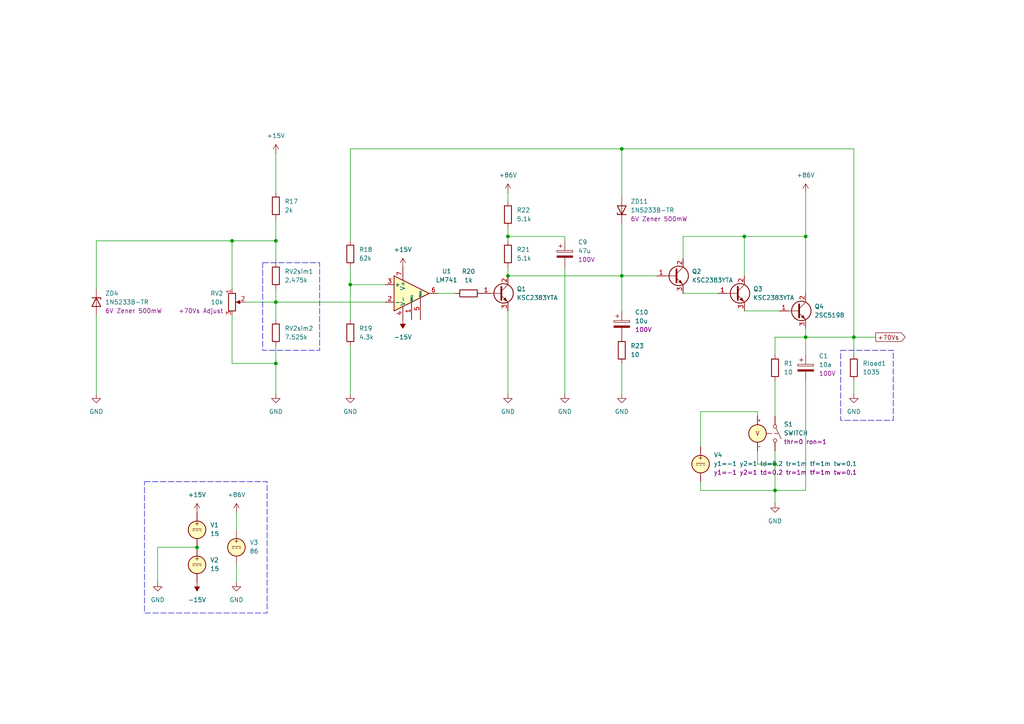
<source format=kicad_sch>
(kicad_sch (version 20250114) (generator "eeschema") (generator_version "9.0")
  (paper "A4")
  (title_block (title "+70 Volt Regulated Supply on N80HD01") (date "2025-08-24") (rev "1") (comment 1 "Circuit in dashed boxes is for the simulation only") (comment 2 "Q4 is 2SC5198 as substitution for 2SD110-0, located off-board in N80H04 (dry HV box)") (comment 3 "ZD4 and ZD11 are 1N5233B-TR as substitutions for RD6A Zener diodes") (comment 4 "Q1,Q2,Q3 are KSC2383YTA as substitutions for 2SC484-Y bipolar NPN transitors"))
  (lib_symbols
    (symbol "Amplifier_Operational:LM741" (pin_names (offset 0.127))
      (property "Reference" "U" (at 0 6.35 0))
      (property "Value" "LM741" (at 0 3.81 0))
      (symbol "LM741_0_1"
        (polyline (pts (xy -5.08 5.08) (xy 5.08 0) (xy -5.08 -5.08) (xy -5.08 5.08)) (stroke (width 0.254)) (fill (type background)))
      )
      (symbol "LM741_1_1"
        (pin input line (at -7.62 2.54 0) (length 2.54) (name "+") (number "3"))
        (pin input line (at -7.62 -2.54 0) (length 2.54) (name "-") (number "2"))
        (pin power_in line (at -2.54 7.62 270) (length 3.81) (name "V+") (number "7"))
        (pin power_in line (at -2.54 -7.62 90) (length 3.81) (name "V-") (number "4"))
        (pin no_connect line (at 0 2.54 270) (length 2.54) (hide yes) (name "NC") (number "8"))
        (pin input line (at 0 -7.62 90) (length 5.08) (name "NULL") (number "1"))
        (pin input line (at 2.54 -7.62 90) (length 6.35) (name "NULL") (number "5"))
        (pin output line (at 7.62 0 180) (length 2.54) (name "~") (number "6"))
      )
    )
    (symbol "Device:C_Polarized" (pin_numbers (hide yes)) (pin_names (offset 0.254))
      (property "Reference" "C" (at 0.635 2.54 0))
      (property "Value" "C_Polarized" (at 0.635 -2.54 0))
      (symbol "C_Polarized_0_1"
        (rectangle (start -2.286 0.508) (end 2.286 1.016))
        (polyline (pts (xy -1.778 2.286) (xy -0.762 2.286)))
        (polyline (pts (xy -1.27 2.794) (xy -1.27 1.778)))
        (rectangle (start 2.286 -0.508) (end -2.286 -1.016) (fill (type outline)))
      )
      (symbol "C_Polarized_1_1"
        (pin passive line (at 0 3.81 270) (length 2.794) (name "~") (number "1"))
        (pin passive line (at 0 -3.81 90) (length 2.794) (name "~") (number "2"))
      )
    )
    (symbol "Device:R" (pin_numbers (hide yes)) (pin_names (offset 0))
      (property "Reference" "R" (at 2.032 0 90))
      (property "Value" "R" (at 0 0 90))
      (symbol "R_0_1"
        (rectangle (start -1.016 -2.54) (end 1.016 2.54) (stroke (width 0.254)))
      )
      (symbol "R_1_1"
        (pin passive line (at 0 3.81 270) (length 1.27) (name "~") (number "1"))
        (pin passive line (at 0 -3.81 90) (length 1.27) (name "~") (number "2"))
      )
    )
    (symbol "Device:R_Potentiometer" (pin_names (offset 1.016) (hide yes))
      (property "Reference" "RV" (at -4.445 0 90))
      (property "Value" "R_Potentiometer" (at -2.54 0 90))
      (symbol "R_Potentiometer_0_1"
        (rectangle (start 1.016 2.54) (end -1.016 -2.54) (stroke (width 0.254)))
        (polyline (pts (xy 1.143 0) (xy 2.286 0.508) (xy 2.286 -0.508) (xy 1.143 0)) (fill (type outline)))
        (polyline (pts (xy 2.54 0) (xy 1.524 0)))
      )
      (symbol "R_Potentiometer_1_1"
        (pin passive line (at 0 3.81 270) (length 1.27) (name "1") (number "1"))
        (pin passive line (at 0 -3.81 90) (length 1.27) (name "3") (number "3"))
        (pin passive line (at 3.81 0 180) (length 1.27) (name "2") (number "2"))
      )
    )
    (symbol "Diode:BZV55C6V2" (pin_numbers (hide yes)) (pin_names (hide yes))
      (property "Reference" "D" (at 0 2.54 0))
      (property "Value" "BZV55C6V2" (at 0 -2.54 0))
      (symbol "BZV55C6V2_0_1"
        (polyline (pts (xy -1.27 -1.27) (xy -1.27 1.27) (xy -0.762 1.27)) (stroke (width 0.254)))
        (polyline (pts (xy 1.27 0) (xy -1.27 0)))
        (polyline (pts (xy 1.27 -1.27) (xy 1.27 1.27) (xy -1.27 0) (xy 1.27 -1.27)) (stroke (width 0.254)))
      )
      (symbol "BZV55C6V2_1_1"
        (pin passive line (at -3.81 0 0) (length 2.54) (name "K") (number "1"))
        (pin passive line (at 3.81 0 180) (length 2.54) (name "A") (number "2"))
      )
    )
    (symbol "Simulation_SPICE:SWITCH" (pin_numbers (hide yes)) (pin_names (offset 1.016) (hide yes))
      (property "Reference" "S" (at 2.54 2.54 0))
      (property "Value" "SWITCH" (at 2.54 0 0))
      (property "Sim.Params" "thr=0 ron=1" (at 2.54 -2.54 0))
      (symbol "SWITCH_0_1"
        (circle (center 0 2.032) (radius 0.508))
        (circle (center 0 -2.032) (radius 0.508))
        (polyline (pts (xy 0.254 1.524) (xy 1.778 -1.524)))
      )
      (symbol "SWITCH_1_1"
        (circle (center -5.08 0) (radius 2.54) (stroke (width 0.254)) (fill (type background)))
        (polyline (pts (xy -4.826 3.81) (xy -4.318 3.81)))
        (polyline (pts (xy -4.826 -3.81) (xy -4.318 -3.81)))
        (polyline (pts (xy -4.572 4.064) (xy -4.572 3.556)))
        (polyline (pts (xy -2.54 0) (xy 0.889 0)) (stroke (width 0) (type dash)))
        (text "V" (at -5.08 0 0) (effects (font (size 1.27 1.27))))
        (pin input line (at -5.08 5.08 270) (length 2.54) (name "C+") (number "3"))
        (pin input line (at -5.08 -5.08 90) (length 2.54) (name "C-") (number "4"))
        (pin passive line (at 0 5.08 270) (length 2.54) (name "N+") (number "1"))
        (pin passive line (at 0 -5.08 90) (length 2.54) (name "N-") (number "2"))
      )
    )
    (symbol "Simulation_SPICE:VDC" (pin_numbers (hide yes)) (pin_names (offset 0.0254))
      (property "Reference" "V" (at 2.54 2.54 0))
      (property "Value" "1" (at 2.54 0 0))
      (symbol "VDC_0_0"
        (polyline (pts (xy -1.27 0.254) (xy 1.27 0.254)))
        (polyline (pts (xy -0.762 -0.254) (xy -1.27 -0.254)))
        (polyline (pts (xy 0.254 -0.254) (xy -0.254 -0.254)))
        (polyline (pts (xy 1.27 -0.254) (xy 0.762 -0.254)))
        (text "+" (at 0 1.905 0) (effects (font (size 1.27 1.27))))
      )
      (symbol "VDC_0_1"
        (circle (center 0 0) (radius 2.54) (stroke (width 0.254)) (fill (type background)))
      )
      (symbol "VDC_1_1"
        (pin passive line (at 0 5.08 270) (length 2.54) (name "~") (number "1"))
        (pin passive line (at 0 -5.08 90) (length 2.54) (name "~") (number "2"))
      )
    )
    (symbol "Transistor_BJT:2SD1047" (pin_names (offset 0) (hide yes))
      (property "Reference" "Q" (at 6.35 1.905 0))
      (property "Value" "2SD1047" (at 6.35 0 0))
      (symbol "2SD1047_0_1"
        (polyline (pts (xy -2.54 0) (xy 0.635 0)))
        (polyline (pts (xy 0.635 1.905) (xy 0.635 -1.905)) (stroke (width 0.508)))
        (circle (center 1.27 0) (radius 2.8194) (stroke (width 0.254)))
      )
      (symbol "2SD1047_1_1"
        (polyline (pts (xy 0.635 0.635) (xy 2.54 2.54)))
        (polyline (pts (xy 0.635 -0.635) (xy 2.54 -2.54)))
        (polyline (pts (xy 1.27 -1.778) (xy 1.778 -1.27) (xy 2.286 -2.286) (xy 1.27 -1.778)) (fill (type outline)))
        (pin input line (at -5.08 0 0) (length 2.54) (name "B") (number "1"))
        (pin passive line (at 2.54 5.08 270) (length 2.54) (name "C") (number "2"))
        (pin passive line (at 2.54 -5.08 90) (length 2.54) (name "E") (number "3"))
      )
    )
    (symbol "Transistor_BJT:MJE13003" (pin_names (offset 0) (hide yes))
      (property "Reference" "Q" (at 5.08 1.905 0))
      (property "Value" "MJE13003" (at 5.08 0 0))
      (symbol "MJE13003_0_1"
        (polyline (pts (xy -2.54 0) (xy 0.635 0)))
        (polyline (pts (xy 0.635 1.905) (xy 0.635 -1.905)) (stroke (width 0.508)))
        (circle (center 1.27 0) (radius 2.8194) (stroke (width 0.254)))
      )
      (symbol "MJE13003_1_1"
        (polyline (pts (xy 0.635 0.635) (xy 2.54 2.54)))
        (polyline (pts (xy 0.635 -0.635) (xy 2.54 -2.54)))
        (polyline (pts (xy 1.27 -1.778) (xy 1.778 -1.27) (xy 2.286 -2.286) (xy 1.27 -1.778)) (fill (type outline)))
        (pin input line (at -5.08 0 0) (length 2.54) (name "B") (number "1"))
        (pin passive line (at 2.54 5.08 270) (length 2.54) (name "C") (number "2"))
        (pin passive line (at 2.54 -5.08 90) (length 2.54) (name "E") (number "3"))
      )
    )
    (symbol "power:+15V" (power) (pin_numbers (hide yes)) (pin_names (offset 0) (hide yes))
      (property "Value" "+15V" (at 0 3.556 0))
      (symbol "+15V_0_1"
        (polyline (pts (xy -0.762 1.27) (xy 0 2.54)))
        (polyline (pts (xy 0 2.54) (xy 0.762 1.27)))
        (polyline (pts (xy 0 0) (xy 0 2.54)))
      )
      (symbol "+15V_1_1"
        (pin power_in line (at 0 0 90) (length 0) (name "~") (number "1"))
      )
    )
    (symbol "power:+36V" (power) (pin_numbers (hide yes)) (pin_names (offset 0) (hide yes))
      (property "Value" "+36V" (at 0 3.556 0))
      (symbol "+36V_0_1"
        (polyline (pts (xy -0.762 1.27) (xy 0 2.54)))
        (polyline (pts (xy 0 2.54) (xy 0.762 1.27)))
        (polyline (pts (xy 0 0) (xy 0 2.54)))
      )
      (symbol "+36V_1_1"
        (pin power_in line (at 0 0 90) (length 0) (name "~") (number "1"))
      )
    )
    (symbol "power:-15V" (power) (pin_numbers (hide yes)) (pin_names (offset 0) (hide yes))
      (property "Value" "-15V" (at 0 3.556 0))
      (symbol "-15V_0_0"
        (pin power_in line (at 0 0 90) (length 0) (name "~") (number "1"))
      )
      (symbol "-15V_0_1"
        (polyline (pts (xy 0 0) (xy 0 1.27) (xy 0.762 1.27) (xy 0 2.54) (xy -0.762 1.27) (xy 0 1.27)) (fill (type outline)))
      )
    )
    (symbol "power:GND" (power) (pin_numbers (hide yes)) (pin_names (offset 0) (hide yes))
      (property "Value" "GND" (at 0 -3.81 0))
      (symbol "GND_0_1"
        (polyline (pts (xy 0 0) (xy 0 -1.27) (xy 1.27 -1.27) (xy 0 -2.54) (xy -1.27 -1.27) (xy 0 -1.27)))
      )
      (symbol "GND_1_1"
        (pin power_in line (at 0 0 270) (length 0) (name "~") (number "1"))
      )
    )
  )
  (rectangle (start 76.2 76.2) (end 92.71 101.6) (stroke (width 0) (type dash)))
  (rectangle (start 243.84 101.6) (end 259.08 121.92) (stroke (width 0) (type dash)))
  (rectangle (start 41.91 139.7) (end 77.47 177.8) (stroke (width 0) (type dash)))
  (junction (at 233.68 68.58))
  (junction (at 215.9 68.58))
  (junction (at 180.34 43.18))
  (junction (at 224.79 142.24))
  (junction (at 180.34 80.01))
  (junction (at 224.79 134.62))
  (junction (at 80.01 105.41))
  (junction (at 67.31 69.85))
  (junction (at 147.32 80.01))
  (junction (at 247.65 97.79))
  (junction (at 80.01 87.63))
  (junction (at 101.6 82.55))
  (junction (at 80.01 69.85))
  (junction (at 147.32 68.58))
  (junction (at 233.68 97.79))
  (junction (at 57.15 158.75))
  (wire (pts (xy 147.32 69.85) (xy 147.32 68.58)))
  (wire (pts (xy 147.32 114.3) (xy 147.32 90.17)))
  (wire (pts (xy 127 85.09) (xy 132.08 85.09)))
  (wire (pts (xy 67.31 105.41) (xy 80.01 105.41)))
  (wire (pts (xy 215.9 68.58) (xy 215.9 80.01)))
  (wire (pts (xy 147.32 80.01) (xy 180.34 80.01)))
  (wire (pts (xy 27.94 114.3) (xy 27.94 91.44)))
  (wire (pts (xy 80.01 69.85) (xy 80.01 76.2)))
  (wire (pts (xy 180.34 43.18) (xy 101.6 43.18)))
  (wire (pts (xy 101.6 82.55) (xy 101.6 92.71)))
  (wire (pts (xy 224.79 102.87) (xy 224.79 97.79)))
  (wire (pts (xy 147.32 66.04) (xy 147.32 68.58)))
  (wire (pts (xy 67.31 69.85) (xy 80.01 69.85)))
  (wire (pts (xy 180.34 80.01) (xy 190.5 80.01)))
  (wire (pts (xy 247.65 114.3) (xy 247.65 110.49)))
  (wire (pts (xy 233.68 142.24) (xy 224.79 142.24)))
  (wire (pts (xy 147.32 55.88) (xy 147.32 58.42)))
  (wire (pts (xy 203.2 129.54) (xy 203.2 119.38)))
  (wire (pts (xy 233.68 110.49) (xy 233.68 142.24)))
  (wire (pts (xy 233.68 97.79) (xy 233.68 102.87)))
  (wire (pts (xy 247.65 97.79) (xy 247.65 102.87)))
  (wire (pts (xy 27.94 69.85) (xy 27.94 83.82)))
  (wire (pts (xy 101.6 114.3) (xy 101.6 100.33)))
  (wire (pts (xy 80.01 105.41) (xy 80.01 114.3)))
  (wire (pts (xy 101.6 43.18) (xy 101.6 69.85)))
  (wire (pts (xy 219.71 119.38) (xy 219.71 120.65)))
  (wire (pts (xy 180.34 114.3) (xy 180.34 105.41)))
  (wire (pts (xy 198.12 68.58) (xy 198.12 74.93)))
  (wire (pts (xy 198.12 68.58) (xy 215.9 68.58)))
  (wire (pts (xy 233.68 97.79) (xy 247.65 97.79)))
  (wire (pts (xy 198.12 85.09) (xy 208.28 85.09)))
  (wire (pts (xy 45.72 158.75) (xy 45.72 168.91)))
  (wire (pts (xy 247.65 97.79) (xy 247.65 43.18)))
  (wire (pts (xy 68.58 168.91) (xy 68.58 163.83)))
  (wire (pts (xy 180.34 43.18) (xy 180.34 57.15)))
  (wire (pts (xy 247.65 43.18) (xy 180.34 43.18)))
  (wire (pts (xy 224.79 134.62) (xy 224.79 142.24)))
  (wire (pts (xy 80.01 100.33) (xy 80.01 105.41)))
  (wire (pts (xy 67.31 69.85) (xy 67.31 83.82)))
  (wire (pts (xy 219.71 130.81) (xy 219.71 134.62)))
  (wire (pts (xy 233.68 68.58) (xy 233.68 85.09)))
  (wire (pts (xy 147.32 68.58) (xy 163.83 68.58)))
  (wire (pts (xy 203.2 139.7) (xy 203.2 142.24)))
  (wire (pts (xy 45.72 158.75) (xy 57.15 158.75)))
  (wire (pts (xy 71.12 87.63) (xy 80.01 87.63)))
  (wire (pts (xy 233.68 55.88) (xy 233.68 68.58)))
  (wire (pts (xy 224.79 97.79) (xy 233.68 97.79)))
  (wire (pts (xy 215.9 90.17) (xy 226.06 90.17)))
  (wire (pts (xy 224.79 130.81) (xy 224.79 134.62)))
  (wire (pts (xy 80.01 83.82) (xy 80.01 87.63)))
  (wire (pts (xy 67.31 91.44) (xy 67.31 105.41)))
  (wire (pts (xy 163.83 77.47) (xy 163.83 114.3)))
  (wire (pts (xy 68.58 148.59) (xy 68.58 153.67)))
  (wire (pts (xy 80.01 87.63) (xy 111.76 87.63)))
  (wire (pts (xy 180.34 64.77) (xy 180.34 80.01)))
  (wire (pts (xy 215.9 68.58) (xy 233.68 68.58)))
  (wire (pts (xy 147.32 77.47) (xy 147.32 80.01)))
  (wire (pts (xy 163.83 69.85) (xy 163.83 68.58)))
  (wire (pts (xy 101.6 82.55) (xy 111.76 82.55)))
  (wire (pts (xy 180.34 80.01) (xy 180.34 90.17)))
  (wire (pts (xy 203.2 142.24) (xy 224.79 142.24)))
  (wire (pts (xy 80.01 44.45) (xy 80.01 55.88)))
  (wire (pts (xy 219.71 134.62) (xy 224.79 134.62)))
  (wire (pts (xy 224.79 110.49) (xy 224.79 120.65)))
  (wire (pts (xy 80.01 87.63) (xy 80.01 92.71)))
  (wire (pts (xy 247.65 97.79) (xy 254 97.79)))
  (wire (pts (xy 233.68 95.25) (xy 233.68 97.79)))
  (wire (pts (xy 27.94 69.85) (xy 67.31 69.85)))
  (wire (pts (xy 101.6 77.47) (xy 101.6 82.55)))
  (wire (pts (xy 224.79 142.24) (xy 224.79 146.05)))
  (wire (pts (xy 80.01 63.5) (xy 80.01 69.85)))
  (wire (pts (xy 203.2 119.38) (xy 219.71 119.38)))
  (global_label "+70Vs" (shape output) (at 254 97.79 0) (property "Intersheetrefs" "${INTERSHEET_REFS}" (effects (hide yes))))
  (symbol (lib_id "power:GND") (at 68.58 168.91 0) (unit 1) (in_bom no) (on_board no)
    (property "Reference" "#PWR013" (effects (hide yes)))
    (property "Value" "GND" (at 68.58 173.99 0))
    (property "Description" "Power symbol creates a global label with name \"GND\" , ground" (effects (hide yes)))
  )
  (symbol (lib_id "power:+15V") (at 116.84 77.47 0) (unit 1)
    (property "Reference" "#PWR06" (effects (hide yes)))
    (property "Value" "+15V" (at 116.84 72.39 0))
    (property "Description" "Power symbol creates a global label with name \"+15V\"" (effects (hide yes)))
  )
  (symbol (lib_id "power:+15V") (at 57.15 148.59 0) (unit 1) (in_bom no) (on_board no)
    (property "Reference" "#PWR015" (effects (hide yes)))
    (property "Value" "+15V" (at 57.15 143.51 0))
    (property "Description" "Power symbol creates a global label with name \"+15V\"" (effects (hide yes)))
  )
  (symbol (lib_id "Transistor_BJT:MJE13003") (at 213.36 85.09 0) (unit 1)
    (property "Reference" "Q3" (at 218.44 83.8199 0) (effects (justify left)))
    (property "Value" "KSC2383YTA" (at 218.44 86.3599 0) (effects (justify left)))
    (property "Sim.Device" "NPN" (effects (hide yes)))
    (property "Sim.Library" "KSC2383.lib" (effects (hide yes)))
    (property "Sim.Name" "KSC2383" (effects (hide yes)))
    (property "Sim.Type" "GUMMELPOON" (effects (hide yes)))
    (property "Sim.Pins" "1=B 2=C 3=E" (effects (hide yes)))
  )
  (symbol (lib_id "power:GND") (at 27.94 114.3 0) (unit 1)
    (property "Reference" "#PWR09" (effects (hide yes)))
    (property "Value" "GND" (at 27.94 119.38 0))
    (property "Description" "Power symbol creates a global label with name \"GND\" , ground" (effects (hide yes)))
  )
  (symbol (lib_id "power:GND") (at 147.32 114.3 0) (unit 1)
    (property "Reference" "#PWR08" (effects (hide yes)))
    (property "Value" "GND" (at 147.32 119.38 0))
    (property "Description" "Power symbol creates a global label with name \"GND\" , ground" (effects (hide yes)))
  )
  (symbol (lib_id "Simulation_SPICE:VDC") (at 203.2 134.62 0) (unit 1) (in_bom no) (on_board no)
    (property "Reference" "V4" (at 207.01 131.9501 0) (effects (justify left)))
    (property "Value" "${SIM.PARAMS}" (at 207.01 134.4901 0) (effects (justify left)))
    (property "Datasheet" "https://ngspice.sourceforge.io/docs/ngspice-html-manual/manual.xhtml#sec_Independent_Sources_for" (effects (hide yes)))
    (property "Description" "Voltage source, DC" (effects (hide yes)))
    (property "Sim.Pins" "1=+ 2=-" (effects (hide yes)))
    (property "Sim.Type" "PULSE" (effects (hide yes)))
    (property "Sim.Device" "V" (effects (hide yes)))
    (property "Sim.Params" "y1=-1 y2=1 td=0.2 tr=1m tf=1m tw=0.1" (at 207.01 137.0301 0) (effects (justify left)))
  )
  (symbol (lib_id "Device:C_Polarized") (at 233.68 106.68 0) (unit 1)
    (property "Reference" "C1" (at 237.49 103.2509 0) (effects (justify left)))
    (property "Value" "10a" (at 237.49 105.7909 0) (effects (justify left)))
    (property "Description" "100V" (at 237.49 108.3309 0) (effects (justify left)))
  )
  (symbol (lib_id "power:-15V") (at 57.15 168.91 180) (unit 1) (in_bom no) (on_board no)
    (property "Reference" "#PWR016" (effects (hide yes)))
    (property "Value" "-15V" (at 57.15 173.99 0))
    (property "Description" "Power symbol creates a global label with name \"-15V\"" (effects (hide yes)))
  )
  (symbol (lib_id "Device:R") (at 80.01 96.52 0) (unit 1) (in_bom no) (on_board no)
    (property "Reference" "RV2sim2" (at 82.55 95.2499 0) (effects (justify left)))
    (property "Value" "7.525k" (at 82.55 97.7899 0) (effects (justify left)))
    (property "Description" "Resistor" (effects (hide yes)))
  )
  (symbol (lib_id "Diode:BZV55C6V2") (at 180.34 60.96 90) (unit 1)
    (property "Reference" "ZD11" (at 182.88 58.4199 90) (effects (justify right)))
    (property "Value" "1N5233B-TR" (at 182.88 60.9599 90) (effects (justify right)))
    (property "Description" "6V Zener 500mW" (at 182.88 63.4999 90) (effects (justify right)))
    (property "Sim.Device" "D" (effects (hide yes)))
    (property "Sim.Pins" "1=K 2=A" (effects (hide yes)))
    (property "Sim.Params" "bv=6" (effects (hide yes)))
  )
  (symbol (lib_id "Device:R") (at 80.01 80.01 0) (unit 1) (in_bom no) (on_board no)
    (property "Reference" "RV2sim1" (at 82.55 78.7399 0) (effects (justify left)))
    (property "Value" "2.475k" (at 82.55 81.2799 0) (effects (justify left)))
    (property "Description" "Resistor" (effects (hide yes)))
  )
  (symbol (lib_id "Transistor_BJT:MJE13003") (at 144.78 85.09 0) (unit 1)
    (property "Reference" "Q1" (at 149.86 83.8199 0) (effects (justify left)))
    (property "Value" "KSC2383YTA" (at 149.86 86.3599 0) (effects (justify left)))
    (property "Sim.Device" "NPN" (effects (hide yes)))
    (property "Sim.Library" "KSC2383.lib" (effects (hide yes)))
    (property "Sim.Name" "KSC2383" (effects (hide yes)))
    (property "Sim.Type" "GUMMELPOON" (effects (hide yes)))
    (property "Sim.Pins" "1=B 2=C 3=E" (effects (hide yes)))
  )
  (symbol (lib_id "power:GND") (at 224.79 146.05 0) (unit 1)
    (property "Reference" "#PWR018" (effects (hide yes)))
    (property "Value" "GND" (at 224.79 151.13 0))
    (property "Description" "Power symbol creates a global label with name \"GND\" , ground" (effects (hide yes)))
  )
  (symbol (lib_id "Device:C_Polarized") (at 163.83 73.66 0) (unit 1)
    (property "Reference" "C9" (at 167.64 70.2309 0) (effects (justify left)))
    (property "Value" "47u" (at 167.64 72.7709 0) (effects (justify left)))
    (property "Description" "100V" (at 167.64 75.3109 0) (effects (justify left)))
  )
  (symbol (lib_id "Transistor_BJT:2SD1047") (at 231.14 90.17 0) (unit 1)
    (property "Reference" "Q4" (at 236.22 88.8999 0) (effects (justify left)))
    (property "Value" "2SC5198" (at 236.22 91.4399 0) (effects (justify left)))
    (property "Sim.Device" "NPN" (effects (hide yes)))
    (property "Sim.Library" "2N2222A.mod" (effects (hide yes)))
    (property "Sim.Name" "Q2SC5198" (effects (hide yes)))
    (property "Sim.Type" "GUMMELPOON" (effects (hide yes)))
    (property "Sim.Pins" "1=B 2=C 3=E" (effects (hide yes)))
  )
  (symbol (lib_id "Simulation_SPICE:VDC") (at 57.15 163.83 0) (unit 1) (in_bom no) (on_board no)
    (property "Reference" "V2" (at 60.96 162.4301 0) (effects (justify left)))
    (property "Value" "15" (at 60.96 164.9701 0) (effects (justify left)))
    (property "Datasheet" "https://ngspice.sourceforge.io/docs/ngspice-html-manual/manual.xhtml#sec_Independent_Sources_for" (effects (hide yes)))
    (property "Description" "Voltage source, DC" (effects (hide yes)))
    (property "Sim.Pins" "1=+ 2=-" (effects (hide yes)))
    (property "Sim.Type" "DC" (effects (hide yes)))
    (property "Sim.Device" "V" (effects (hide yes)))
  )
  (symbol (lib_id "Simulation_SPICE:VDC") (at 57.15 153.67 0) (unit 1) (in_bom no) (on_board no)
    (property "Reference" "V1" (at 60.96 152.2701 0) (effects (justify left)))
    (property "Value" "15" (at 60.96 154.8101 0) (effects (justify left)))
    (property "Datasheet" "https://ngspice.sourceforge.io/docs/ngspice-html-manual/manual.xhtml#sec_Independent_Sources_for" (effects (hide yes)))
    (property "Description" "Voltage source, DC" (effects (hide yes)))
    (property "Sim.Pins" "1=+ 2=-" (effects (hide yes)))
    (property "Sim.Type" "DC" (effects (hide yes)))
    (property "Sim.Device" "V" (effects (hide yes)))
  )
  (symbol (lib_id "power:GND") (at 101.6 114.3 0) (unit 1)
    (property "Reference" "#PWR01" (effects (hide yes)))
    (property "Value" "GND" (at 101.6 119.38 0))
    (property "Description" "Power symbol creates a global label with name \"GND\" , ground" (effects (hide yes)))
  )
  (symbol (lib_id "Device:R") (at 101.6 73.66 0) (unit 1)
    (property "Reference" "R18" (at 104.14 72.3899 0) (effects (justify left)))
    (property "Value" "62k" (at 104.14 74.9299 0) (effects (justify left)))
    (property "Description" "Resistor" (effects (hide yes)))
  )
  (symbol (lib_id "Simulation_SPICE:SWITCH") (at 224.79 125.73 0) (unit 1)
    (property "Reference" "S1" (at 227.33 123.0629 0) (effects (justify left)))
    (property "Value" "SWITCH" (at 227.33 125.6029 0) (effects (justify left)))
    (property "Datasheet" "https://ngspice.sourceforge.io/docs/ngspice-html-manual/manual.xhtml#subsec_Switches" (effects (hide yes)))
    (property "Description" "Voltage controlled switch symbol for simulation only" (effects (hide yes)))
    (property "Sim.Device" "SW" (effects (hide yes)))
    (property "Sim.Type" "V" (effects (hide yes)))
    (property "Sim.Params" "thr=0 ron=1" (at 227.33 128.1429 0) (effects (justify left)))
    (property "Sim.Pins" "1=no+ 2=no- 3=ctrl+ 4=ctrl-" (effects (hide yes)))
  )
  (symbol (lib_id "Device:R") (at 135.89 85.09 90) (unit 1)
    (property "Reference" "R20" (at 135.89 78.74 90))
    (property "Value" "1k" (at 135.89 81.28 90))
    (property "Description" "Resistor" (effects (hide yes)))
  )
  (symbol (lib_id "Device:R") (at 180.34 101.6 180) (unit 1)
    (property "Reference" "R23" (at 182.88 100.3299 0) (effects (justify right)))
    (property "Value" "10" (at 182.88 102.8699 0) (effects (justify right)))
    (property "Description" "Resistor" (effects (hide yes)))
  )
  (symbol (lib_id "power:+36V") (at 68.58 148.59 0) (unit 1) (in_bom no) (on_board no)
    (property "Reference" "#PWR017" (effects (hide yes)))
    (property "Value" "+86V" (at 68.58 143.51 0))
    (property "Description" "Power symbol creates a global label with name \"+36V\"" (effects (hide yes)))
  )
  (symbol (lib_id "power:GND") (at 80.01 114.3 0) (unit 1)
    (property "Reference" "#PWR03" (effects (hide yes)))
    (property "Value" "GND" (at 80.01 119.38 0))
    (property "Description" "Power symbol creates a global label with name \"GND\" , ground" (effects (hide yes)))
  )
  (symbol (lib_id "Device:R") (at 80.01 59.69 0) (unit 1)
    (property "Reference" "R17" (at 82.55 58.4199 0) (effects (justify left)))
    (property "Value" "2k" (at 82.55 60.9599 0) (effects (justify left)))
    (property "Description" "Resistor" (effects (hide yes)))
  )
  (symbol (lib_id "Device:R") (at 224.79 106.68 0) (unit 1)
    (property "Reference" "R1" (at 227.33 105.4099 0) (effects (justify left)))
    (property "Value" "10" (at 227.33 107.9499 0) (effects (justify left)))
    (property "Description" "Resistor" (effects (hide yes)))
  )
  (symbol (lib_id "power:+36V") (at 233.68 55.88 0) (unit 1)
    (property "Reference" "#PWR010" (effects (hide yes)))
    (property "Value" "+86V" (at 233.68 50.8 0))
    (property "Description" "Power symbol creates a global label with name \"+36V\"" (effects (hide yes)))
  )
  (symbol (lib_id "Device:R") (at 147.32 73.66 180) (unit 1)
    (property "Reference" "R21" (at 149.86 72.3899 0) (effects (justify right)))
    (property "Value" "5.1k" (at 149.86 74.9299 0) (effects (justify right)))
    (property "Description" "Resistor" (effects (hide yes)))
  )
  (symbol (lib_id "power:GND") (at 45.72 168.91 0) (unit 1) (in_bom no) (on_board no)
    (property "Reference" "#PWR012" (effects (hide yes)))
    (property "Value" "GND" (at 45.72 173.99 0))
    (property "Description" "Power symbol creates a global label with name \"GND\" , ground" (effects (hide yes)))
  )
  (symbol (lib_id "power:-15V") (at 116.84 92.71 180) (unit 1)
    (property "Reference" "#PWR07" (effects (hide yes)))
    (property "Value" "-15V" (at 116.84 97.79 0))
    (property "Description" "Power symbol creates a global label with name \"-15V\"" (effects (hide yes)))
  )
  (symbol (lib_id "Device:R") (at 247.65 106.68 0) (unit 1) (in_bom no) (on_board no)
    (property "Reference" "Rload1" (at 250.19 105.4099 0) (effects (justify left)))
    (property "Value" "1035" (at 250.19 107.9499 0) (effects (justify left)))
    (property "Description" "Resistor" (effects (hide yes)))
  )
  (symbol (lib_id "Diode:BZV55C6V2") (at 27.94 87.63 270) (unit 1)
    (property "Reference" "ZD4" (at 30.48 85.0899 90) (effects (justify left)))
    (property "Value" "1N5233B-TR" (at 30.48 87.6299 90) (effects (justify left)))
    (property "Description" "6V Zener 500mW" (at 30.48 90.1699 90) (effects (justify left)))
    (property "Sim.Device" "D" (effects (hide yes)))
    (property "Sim.Pins" "1=K 2=A" (effects (hide yes)))
    (property "Sim.Params" "bv=6" (effects (hide yes)))
  )
  (symbol (lib_id "power:GND") (at 163.83 114.3 0) (unit 1)
    (property "Reference" "#PWR04" (effects (hide yes)))
    (property "Value" "GND" (at 163.83 119.38 0))
    (property "Description" "Power symbol creates a global label with name \"GND\" , ground" (effects (hide yes)))
  )
  (symbol (lib_id "power:GND") (at 247.65 114.3 0) (unit 1)
    (property "Reference" "#PWR011" (effects (hide yes)))
    (property "Value" "GND" (at 247.65 119.38 0))
    (property "Description" "Power symbol creates a global label with name \"GND\" , ground" (effects (hide yes)))
  )
  (symbol (lib_id "power:+15V") (at 80.01 44.45 0) (unit 1)
    (property "Reference" "#PWR05" (effects (hide yes)))
    (property "Value" "+15V" (at 80.01 39.37 0))
    (property "Description" "Power symbol creates a global label with name \"+15V\"" (effects (hide yes)))
  )
  (symbol (lib_id "Device:R") (at 147.32 62.23 0) (unit 1)
    (property "Reference" "R22" (at 149.86 60.9599 0) (effects (justify left)))
    (property "Value" "5.1k" (at 149.86 63.4999 0) (effects (justify left)))
    (property "Description" "Resistor" (effects (hide yes)))
  )
  (symbol (lib_id "power:+36V") (at 147.32 55.88 0) (unit 1)
    (property "Reference" "#PWR014" (effects (hide yes)))
    (property "Value" "+86V" (at 147.32 50.8 0))
    (property "Description" "Power symbol creates a global label with name \"+36V\"" (effects (hide yes)))
  )
  (symbol (lib_id "Simulation_SPICE:VDC") (at 68.58 158.75 0) (unit 1) (in_bom no) (on_board no)
    (property "Reference" "V3" (at 72.39 157.3501 0) (effects (justify left)))
    (property "Value" "86" (at 72.39 159.8901 0) (effects (justify left)))
    (property "Datasheet" "https://ngspice.sourceforge.io/docs/ngspice-html-manual/manual.xhtml#sec_Independent_Sources_for" (effects (hide yes)))
    (property "Description" "Voltage source, DC" (effects (hide yes)))
    (property "Sim.Pins" "1=+ 2=-" (effects (hide yes)))
    (property "Sim.Type" "DC" (effects (hide yes)))
    (property "Sim.Device" "V" (effects (hide yes)))
  )
  (symbol (lib_id "Device:C_Polarized") (at 180.34 93.98 0) (unit 1)
    (property "Reference" "C10" (at 184.15 90.5509 0) (effects (justify left)))
    (property "Value" "10u" (at 184.15 93.0909 0) (effects (justify left)))
    (property "Description" "100V" (at 184.15 95.6309 0) (effects (justify left)))
  )
  (symbol (lib_id "Device:R_Potentiometer") (at 67.31 87.63 0) (unit 1) (exclude_from_sim yes)
    (property "Reference" "RV2" (at 64.77 85.0899 0) (effects (justify right)))
    (property "Value" "10k" (at 64.77 87.6299 0) (effects (justify right)))
    (property "Description" "+70Vs Adjust" (at 64.77 90.1699 0) (effects (justify right)))
  )
  (symbol (lib_id "Device:R") (at 101.6 96.52 0) (unit 1)
    (property "Reference" "R19" (at 104.14 95.2499 0) (effects (justify left)))
    (property "Value" "4.3k" (at 104.14 97.7899 0) (effects (justify left)))
    (property "Description" "Resistor" (effects (hide yes)))
  )
  (symbol (lib_id "power:GND") (at 180.34 114.3 0) (unit 1)
    (property "Reference" "#PWR02" (effects (hide yes)))
    (property "Value" "GND" (at 180.34 119.38 0))
    (property "Description" "Power symbol creates a global label with name \"GND\" , ground" (effects (hide yes)))
  )
  (symbol (lib_id "Transistor_BJT:MJE13003") (at 195.58 80.01 0) (unit 1)
    (property "Reference" "Q2" (at 200.66 78.7399 0) (effects (justify left)))
    (property "Value" "KSC2383YTA" (at 200.66 81.2799 0) (effects (justify left)))
    (property "Sim.Device" "NPN" (effects (hide yes)))
    (property "Sim.Library" "KSC2383.lib" (effects (hide yes)))
    (property "Sim.Name" "KSC2383" (effects (hide yes)))
    (property "Sim.Type" "GUMMELPOON" (effects (hide yes)))
    (property "Sim.Pins" "1=B 2=C 3=E" (effects (hide yes)))
  )
  (symbol (lib_id "Amplifier_Operational:LM741") (at 119.38 85.09 0) (unit 1)
    (property "Reference" "U1" (at 129.54 78.6698 0))
    (property "Value" "LM741" (at 129.54 81.2098 0))
    (property "Datasheet" "http://www.ti.com/lit/ds/symlink/lm741.pdf" (effects (hide yes)))
    (property "Description" "Operational Amplifier, DIP-8/TO-99-8" (effects (hide yes)))
    (property "Sim.Library" "lm741.lib" (effects (hide yes)))
    (property "Sim.Name" "LM741" (effects (hide yes)))
    (property "Sim.Device" "SUBCKT" (effects (hide yes)))
    (property "Sim.Pins" "2=2 3=1 4=50 6=28 7=99" (effects (hide yes)))
  )
)
</source>
